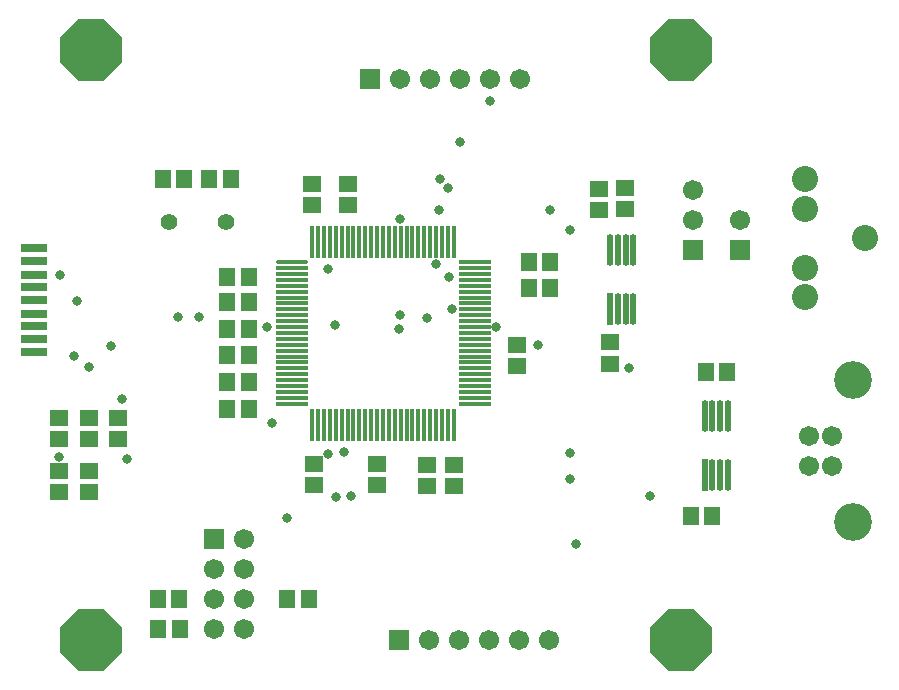
<source format=gts>
G04 Layer_Color=8388736*
%FSLAX23Y23*%
%MOIN*%
G70*
G01*
G75*
%ADD35R,0.055X0.063*%
%ADD36R,0.063X0.055*%
%ADD37O,0.022X0.106*%
%ADD38R,0.022X0.106*%
%ADD39R,0.016X0.106*%
%ADD40R,0.106X0.016*%
%ADD41O,0.106X0.016*%
%ADD42R,0.087X0.031*%
%ADD43C,0.087*%
%ADD44C,0.067*%
%ADD45C,0.126*%
%ADD46P,0.222X8X202.5*%
%ADD47R,0.067X0.067*%
%ADD48R,0.067X0.067*%
%ADD49C,0.055*%
%ADD50C,0.033*%
D35*
X1254Y1696D02*
D03*
X1183D02*
D03*
X1083Y296D02*
D03*
X1012D02*
D03*
X2249Y1417D02*
D03*
X2320D02*
D03*
X1314Y1018D02*
D03*
X1243D02*
D03*
X1314Y929D02*
D03*
X1243D02*
D03*
X1314Y1109D02*
D03*
X1243D02*
D03*
X2838Y1050D02*
D03*
X2908D02*
D03*
X1314Y1369D02*
D03*
X1243D02*
D03*
X1314Y1193D02*
D03*
X1243D02*
D03*
X1028Y1696D02*
D03*
X1098D02*
D03*
X2860Y571D02*
D03*
X2789D02*
D03*
X1243Y1286D02*
D03*
X1314D02*
D03*
X2320Y1331D02*
D03*
X2249D02*
D03*
X1514Y295D02*
D03*
X1443D02*
D03*
X1084Y196D02*
D03*
X1013D02*
D03*
D36*
X1742Y675D02*
D03*
Y746D02*
D03*
X1644Y1678D02*
D03*
Y1607D02*
D03*
X2209Y1142D02*
D03*
Y1071D02*
D03*
X2570Y1663D02*
D03*
Y1593D02*
D03*
X2481Y1662D02*
D03*
Y1592D02*
D03*
X2520Y1150D02*
D03*
Y1079D02*
D03*
X1526Y1607D02*
D03*
Y1678D02*
D03*
X782Y652D02*
D03*
Y722D02*
D03*
X877Y827D02*
D03*
Y898D02*
D03*
X781Y827D02*
D03*
Y898D02*
D03*
X681Y827D02*
D03*
Y898D02*
D03*
X1998Y742D02*
D03*
Y671D02*
D03*
X1532Y744D02*
D03*
Y673D02*
D03*
X681Y652D02*
D03*
Y722D02*
D03*
X1908Y671D02*
D03*
Y742D02*
D03*
D37*
X2596Y1457D02*
D03*
X2571D02*
D03*
X2545D02*
D03*
X2520D02*
D03*
X2596Y1260D02*
D03*
X2571D02*
D03*
X2545D02*
D03*
X2911Y906D02*
D03*
X2886D02*
D03*
X2860D02*
D03*
X2835D02*
D03*
X2911Y709D02*
D03*
X2886D02*
D03*
X2860D02*
D03*
D38*
X2520Y1260D02*
D03*
X2835Y709D02*
D03*
D39*
X1526Y1486D02*
D03*
X1545D02*
D03*
X1565D02*
D03*
X1585D02*
D03*
X1604D02*
D03*
X1624D02*
D03*
X1644D02*
D03*
X1663D02*
D03*
X1683D02*
D03*
X1703D02*
D03*
X1722D02*
D03*
X1742D02*
D03*
X1762D02*
D03*
X1781D02*
D03*
X1801D02*
D03*
X1821D02*
D03*
X1841D02*
D03*
X1860D02*
D03*
X1880D02*
D03*
X1900D02*
D03*
X1919D02*
D03*
X1939D02*
D03*
X1959D02*
D03*
X1978D02*
D03*
X1998D02*
D03*
Y876D02*
D03*
X1978D02*
D03*
X1959D02*
D03*
X1939D02*
D03*
X1919D02*
D03*
X1900D02*
D03*
X1880D02*
D03*
X1860D02*
D03*
X1841D02*
D03*
X1821D02*
D03*
X1801D02*
D03*
X1781D02*
D03*
X1762D02*
D03*
X1742D02*
D03*
X1722D02*
D03*
X1703D02*
D03*
X1683D02*
D03*
X1663D02*
D03*
X1644D02*
D03*
X1624D02*
D03*
X1604D02*
D03*
X1585D02*
D03*
X1565D02*
D03*
X1545D02*
D03*
X1526D02*
D03*
D40*
X2067Y1417D02*
D03*
Y1398D02*
D03*
Y1378D02*
D03*
Y1358D02*
D03*
Y1339D02*
D03*
Y1319D02*
D03*
Y1299D02*
D03*
Y1280D02*
D03*
Y1260D02*
D03*
Y1240D02*
D03*
Y1220D02*
D03*
Y1201D02*
D03*
Y1181D02*
D03*
Y1161D02*
D03*
Y1142D02*
D03*
Y1122D02*
D03*
Y1102D02*
D03*
Y1083D02*
D03*
Y1063D02*
D03*
Y1043D02*
D03*
Y1024D02*
D03*
Y1004D02*
D03*
Y984D02*
D03*
Y965D02*
D03*
Y945D02*
D03*
X1457D02*
D03*
Y965D02*
D03*
Y984D02*
D03*
Y1004D02*
D03*
Y1024D02*
D03*
Y1043D02*
D03*
Y1063D02*
D03*
Y1083D02*
D03*
Y1102D02*
D03*
Y1122D02*
D03*
Y1142D02*
D03*
Y1161D02*
D03*
Y1181D02*
D03*
Y1201D02*
D03*
Y1220D02*
D03*
Y1240D02*
D03*
Y1260D02*
D03*
Y1280D02*
D03*
Y1299D02*
D03*
Y1319D02*
D03*
Y1339D02*
D03*
Y1358D02*
D03*
Y1378D02*
D03*
Y1398D02*
D03*
D41*
Y1417D02*
D03*
D42*
X600Y1463D02*
D03*
Y1420D02*
D03*
Y1376D02*
D03*
Y1333D02*
D03*
Y1290D02*
D03*
Y1246D02*
D03*
Y1203D02*
D03*
Y1160D02*
D03*
Y1117D02*
D03*
D43*
X3367Y1497D02*
D03*
X3170Y1694D02*
D03*
Y1595D02*
D03*
Y1300D02*
D03*
Y1399D02*
D03*
D44*
X3259Y837D02*
D03*
Y738D02*
D03*
X3181D02*
D03*
Y837D02*
D03*
X2217Y2029D02*
D03*
X2117D02*
D03*
X2017D02*
D03*
X1917D02*
D03*
X1817D02*
D03*
X2314Y158D02*
D03*
X2214D02*
D03*
X2114D02*
D03*
X2014D02*
D03*
X1914D02*
D03*
X2795Y1657D02*
D03*
Y1557D02*
D03*
X2953D02*
D03*
X1300Y496D02*
D03*
X1200Y396D02*
D03*
X1300D02*
D03*
X1200Y296D02*
D03*
X1300D02*
D03*
X1200Y196D02*
D03*
X1300D02*
D03*
D45*
X3327Y1024D02*
D03*
Y551D02*
D03*
D46*
X787Y157D02*
D03*
X2756D02*
D03*
Y2126D02*
D03*
X787D02*
D03*
D47*
X1717Y2029D02*
D03*
X1814Y158D02*
D03*
D48*
X2795Y1457D02*
D03*
X2953D02*
D03*
X1200Y496D02*
D03*
D49*
X1047Y1550D02*
D03*
X1239D02*
D03*
D50*
X2652Y639D02*
D03*
X2384Y696D02*
D03*
Y780D02*
D03*
Y1526D02*
D03*
X2319Y1591D02*
D03*
X1980Y1663D02*
D03*
X1947Y1592D02*
D03*
X1939Y1410D02*
D03*
X1442Y564D02*
D03*
X1079Y1236D02*
D03*
X1376Y1200D02*
D03*
X1150Y1234D02*
D03*
X2138Y1202D02*
D03*
X2117Y1956D02*
D03*
X1601Y1207D02*
D03*
X1818Y1242D02*
D03*
X685Y1374D02*
D03*
X1656Y639D02*
D03*
X1604Y636D02*
D03*
X2405Y479D02*
D03*
X854Y1138D02*
D03*
X781Y1067D02*
D03*
X1908Y1232D02*
D03*
X732Y1103D02*
D03*
X1993Y1261D02*
D03*
X681Y768D02*
D03*
X893Y960D02*
D03*
X910Y761D02*
D03*
X1633Y784D02*
D03*
X1577Y1393D02*
D03*
X742Y1288D02*
D03*
X2280Y1142D02*
D03*
X1391Y880D02*
D03*
X2017Y1817D02*
D03*
X1981Y1368D02*
D03*
X1952Y1694D02*
D03*
X1819Y1561D02*
D03*
X2582Y1066D02*
D03*
X1580Y777D02*
D03*
X1814Y1193D02*
D03*
M02*

</source>
